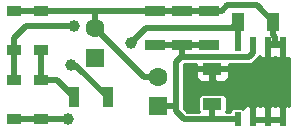
<source format=gbr>
G04 #@! TF.FileFunction,Copper,L1,Top,Signal*
%FSLAX46Y46*%
G04 Gerber Fmt 4.6, Leading zero omitted, Abs format (unit mm)*
G04 Created by KiCad (PCBNEW 4.0.7) date 04/04/18 11:57:41*
%MOMM*%
%LPD*%
G01*
G04 APERTURE LIST*
%ADD10C,0.100000*%
%ADD11R,1.600000X1.600000*%
%ADD12C,1.600000*%
%ADD13R,0.508000X1.143000*%
%ADD14R,0.900000X1.700000*%
%ADD15R,1.700000X0.900000*%
%ADD16R,1.200000X0.900000*%
%ADD17R,1.000000X1.600000*%
%ADD18R,1.600000X1.000000*%
%ADD19C,1.000000*%
%ADD20C,0.500000*%
%ADD21C,0.254000*%
G04 APERTURE END LIST*
D10*
D11*
X198120000Y-115824000D03*
D12*
X198120000Y-113324000D03*
D11*
X203454000Y-119938800D03*
D12*
X203454000Y-117438800D03*
D13*
X210185000Y-114681000D03*
X211455000Y-114681000D03*
X212725000Y-114681000D03*
X213995000Y-114681000D03*
X213995000Y-121031000D03*
X212725000Y-121031000D03*
X211455000Y-121031000D03*
X210185000Y-121031000D03*
D14*
X199189000Y-119151400D03*
X196289000Y-119151400D03*
D15*
X203200000Y-111834000D03*
X203200000Y-114734000D03*
X205486000Y-111834000D03*
X205486000Y-114734000D03*
X207772000Y-111834000D03*
X207772000Y-114734000D03*
D16*
X193548000Y-121055400D03*
X193548000Y-117755400D03*
X191262000Y-121055400D03*
X191262000Y-117755400D03*
X193548000Y-115188000D03*
X193548000Y-111888000D03*
X191262000Y-115188000D03*
X191262000Y-111888000D03*
D17*
X210183600Y-112801400D03*
X213183600Y-112801400D03*
D18*
X208051400Y-119762400D03*
X208051400Y-116762400D03*
D19*
X195859400Y-121056400D03*
X198120000Y-115824000D03*
X206324200Y-118414800D03*
X212090000Y-117348000D03*
X213614000Y-117348000D03*
X213614000Y-119126000D03*
X212090000Y-119126000D03*
X210566000Y-119126000D03*
X210566000Y-117348000D03*
X196291200Y-113157000D03*
X196062600Y-116408200D03*
X201168000Y-114554000D03*
D20*
X193548000Y-121055400D02*
X195858400Y-121055400D01*
X195858400Y-121055400D02*
X195859400Y-121056400D01*
X193549000Y-121056400D02*
X193548000Y-121055400D01*
X191262000Y-121055400D02*
X193548000Y-121055400D01*
X208051400Y-116762400D02*
X208051400Y-118414800D01*
X208051400Y-118414800D02*
X206324200Y-118414800D01*
X212090000Y-117348000D02*
X213614000Y-117348000D01*
X213614000Y-119126000D02*
X212090000Y-119126000D01*
X209980400Y-116762400D02*
X210566000Y-117348000D01*
X208051400Y-116762400D02*
X209980400Y-116762400D01*
X213183600Y-112801400D02*
X213183600Y-113869600D01*
X213360000Y-114046000D02*
X213360000Y-114681000D01*
X213183600Y-113869600D02*
X213360000Y-114046000D01*
X207772000Y-111834000D02*
X208866400Y-111834000D01*
X211786600Y-111404400D02*
X213183600Y-112801400D01*
X209296000Y-111404400D02*
X211786600Y-111404400D01*
X208866400Y-111834000D02*
X209296000Y-111404400D01*
X203454000Y-117438800D02*
X202234800Y-117438800D01*
X202234800Y-117438800D02*
X198120000Y-113324000D01*
X203454000Y-117642000D02*
X203443200Y-117652800D01*
X212725000Y-121031000D02*
X212699600Y-121005600D01*
X207772000Y-111834000D02*
X207774200Y-111836200D01*
X212725000Y-114681000D02*
X213360000Y-114681000D01*
X213360000Y-114681000D02*
X213995000Y-114681000D01*
X203200000Y-111834000D02*
X205486000Y-111834000D01*
X205486000Y-111834000D02*
X207772000Y-111834000D01*
X198120000Y-113324000D02*
X198120000Y-111888000D01*
X191262000Y-111888000D02*
X193548000Y-111888000D01*
X193548000Y-111888000D02*
X198120000Y-111888000D01*
X198120000Y-111888000D02*
X203146000Y-111888000D01*
X203146000Y-111888000D02*
X203200000Y-111834000D01*
X193548000Y-115188000D02*
X193548000Y-117755400D01*
X196289000Y-119151400D02*
X194893000Y-117755400D01*
X194893000Y-117755400D02*
X193548000Y-117755400D01*
X191262000Y-115188000D02*
X191262000Y-114147600D01*
X191262000Y-114147600D02*
X192252600Y-113157000D01*
X192252600Y-113157000D02*
X196291200Y-113157000D01*
X191262000Y-115188000D02*
X191262000Y-117755400D01*
X196445800Y-116408200D02*
X199189000Y-119151400D01*
X196062600Y-116408200D02*
X196445800Y-116408200D01*
X208051400Y-121031000D02*
X208051400Y-119762400D01*
X205003400Y-119862600D02*
X205003400Y-120370600D01*
X205663800Y-121031000D02*
X208051400Y-121031000D01*
X208051400Y-121031000D02*
X210185000Y-121031000D01*
X205003400Y-120370600D02*
X205663800Y-121031000D01*
X205486000Y-114734000D02*
X205486000Y-115671600D01*
X205486000Y-115671600D02*
X205409800Y-115747800D01*
X211455000Y-114681000D02*
X211455000Y-115417600D01*
X211455000Y-115417600D02*
X211124800Y-115747800D01*
X211124800Y-115747800D02*
X205409800Y-115747800D01*
X205003400Y-116154200D02*
X205003400Y-119862600D01*
X205003400Y-119862600D02*
X205003400Y-119938800D01*
X205409800Y-115747800D02*
X205003400Y-116154200D01*
X203454000Y-119938800D02*
X205003400Y-119938800D01*
X207875000Y-119938800D02*
X208051400Y-119762400D01*
X203479400Y-119913400D02*
X203454000Y-119938800D01*
X205486000Y-114734000D02*
X207772000Y-114734000D01*
X203200000Y-114734000D02*
X205486000Y-114734000D01*
X202438000Y-113284000D02*
X209701000Y-113284000D01*
X201168000Y-114554000D02*
X202438000Y-113284000D01*
X209701000Y-113284000D02*
X210183600Y-112801400D01*
X210183600Y-112801400D02*
X210183600Y-114679600D01*
X210183600Y-114679600D02*
X210185000Y-114681000D01*
D21*
G36*
X212852000Y-114554000D02*
X213868000Y-114554000D01*
X213868000Y-114534000D01*
X214122000Y-114534000D01*
X214122000Y-114554000D01*
X214142000Y-114554000D01*
X214142000Y-114808000D01*
X214122000Y-114808000D01*
X214122000Y-115728750D01*
X214280750Y-115887500D01*
X214375309Y-115887500D01*
X214544000Y-115817626D01*
X214544000Y-119894374D01*
X214375309Y-119824500D01*
X214280750Y-119824500D01*
X214122000Y-119983250D01*
X214122000Y-120904000D01*
X214142000Y-120904000D01*
X214142000Y-121158000D01*
X214122000Y-121158000D01*
X214122000Y-121178000D01*
X213868000Y-121178000D01*
X213868000Y-121158000D01*
X212852000Y-121158000D01*
X212852000Y-121178000D01*
X212598000Y-121178000D01*
X212598000Y-121158000D01*
X211582000Y-121158000D01*
X211582000Y-121178000D01*
X211328000Y-121178000D01*
X211328000Y-121158000D01*
X211308000Y-121158000D01*
X211308000Y-120904000D01*
X211328000Y-120904000D01*
X211328000Y-119983250D01*
X211582000Y-119983250D01*
X211582000Y-120904000D01*
X212598000Y-120904000D01*
X212598000Y-119983250D01*
X212852000Y-119983250D01*
X212852000Y-120904000D01*
X213868000Y-120904000D01*
X213868000Y-119983250D01*
X213709250Y-119824500D01*
X213614691Y-119824500D01*
X213381302Y-119921173D01*
X213360000Y-119942475D01*
X213338698Y-119921173D01*
X213105309Y-119824500D01*
X213010750Y-119824500D01*
X212852000Y-119983250D01*
X212598000Y-119983250D01*
X212439250Y-119824500D01*
X212344691Y-119824500D01*
X212111302Y-119921173D01*
X212090000Y-119942475D01*
X212068698Y-119921173D01*
X211835309Y-119824500D01*
X211740750Y-119824500D01*
X211582000Y-119983250D01*
X211328000Y-119983250D01*
X211169250Y-119824500D01*
X211074691Y-119824500D01*
X210841302Y-119921173D01*
X210662673Y-120099801D01*
X210646078Y-120139866D01*
X210590134Y-120101641D01*
X210439000Y-120071036D01*
X209931000Y-120071036D01*
X209789810Y-120097603D01*
X209660135Y-120181046D01*
X209573141Y-120308366D01*
X209554585Y-120400000D01*
X209212000Y-120400000D01*
X209239864Y-120262400D01*
X209239864Y-119262400D01*
X209213297Y-119121210D01*
X209129854Y-118991535D01*
X209002534Y-118904541D01*
X208851400Y-118873936D01*
X207251400Y-118873936D01*
X207110210Y-118900503D01*
X206980535Y-118983946D01*
X206893541Y-119111266D01*
X206862936Y-119262400D01*
X206862936Y-120262400D01*
X206888827Y-120400000D01*
X205925169Y-120400000D01*
X205634400Y-120109232D01*
X205634400Y-117048150D01*
X206616400Y-117048150D01*
X206616400Y-117388709D01*
X206713073Y-117622098D01*
X206891701Y-117800727D01*
X207125090Y-117897400D01*
X207765650Y-117897400D01*
X207924400Y-117738650D01*
X207924400Y-116889400D01*
X208178400Y-116889400D01*
X208178400Y-117738650D01*
X208337150Y-117897400D01*
X208977710Y-117897400D01*
X209211099Y-117800727D01*
X209389727Y-117622098D01*
X209486400Y-117388709D01*
X209486400Y-117048150D01*
X209327650Y-116889400D01*
X208178400Y-116889400D01*
X207924400Y-116889400D01*
X206775150Y-116889400D01*
X206616400Y-117048150D01*
X205634400Y-117048150D01*
X205634400Y-116415568D01*
X205671169Y-116378800D01*
X206616400Y-116378800D01*
X206616400Y-116476650D01*
X206775150Y-116635400D01*
X207924400Y-116635400D01*
X207924400Y-116615400D01*
X208178400Y-116615400D01*
X208178400Y-116635400D01*
X209327650Y-116635400D01*
X209486400Y-116476650D01*
X209486400Y-116378800D01*
X211124800Y-116378800D01*
X211366273Y-116330768D01*
X211570984Y-116193984D01*
X211901184Y-115863785D01*
X212014568Y-115694094D01*
X212111302Y-115790827D01*
X212344691Y-115887500D01*
X212439250Y-115887500D01*
X212598000Y-115728750D01*
X212598000Y-114808000D01*
X212852000Y-114808000D01*
X212852000Y-115728750D01*
X213010750Y-115887500D01*
X213105309Y-115887500D01*
X213338698Y-115790827D01*
X213360000Y-115769525D01*
X213381302Y-115790827D01*
X213614691Y-115887500D01*
X213709250Y-115887500D01*
X213868000Y-115728750D01*
X213868000Y-114808000D01*
X212852000Y-114808000D01*
X212598000Y-114808000D01*
X212578000Y-114808000D01*
X212578000Y-114554000D01*
X212598000Y-114554000D01*
X212598000Y-114534000D01*
X212852000Y-114534000D01*
X212852000Y-114554000D01*
X212852000Y-114554000D01*
G37*
X212852000Y-114554000D02*
X213868000Y-114554000D01*
X213868000Y-114534000D01*
X214122000Y-114534000D01*
X214122000Y-114554000D01*
X214142000Y-114554000D01*
X214142000Y-114808000D01*
X214122000Y-114808000D01*
X214122000Y-115728750D01*
X214280750Y-115887500D01*
X214375309Y-115887500D01*
X214544000Y-115817626D01*
X214544000Y-119894374D01*
X214375309Y-119824500D01*
X214280750Y-119824500D01*
X214122000Y-119983250D01*
X214122000Y-120904000D01*
X214142000Y-120904000D01*
X214142000Y-121158000D01*
X214122000Y-121158000D01*
X214122000Y-121178000D01*
X213868000Y-121178000D01*
X213868000Y-121158000D01*
X212852000Y-121158000D01*
X212852000Y-121178000D01*
X212598000Y-121178000D01*
X212598000Y-121158000D01*
X211582000Y-121158000D01*
X211582000Y-121178000D01*
X211328000Y-121178000D01*
X211328000Y-121158000D01*
X211308000Y-121158000D01*
X211308000Y-120904000D01*
X211328000Y-120904000D01*
X211328000Y-119983250D01*
X211582000Y-119983250D01*
X211582000Y-120904000D01*
X212598000Y-120904000D01*
X212598000Y-119983250D01*
X212852000Y-119983250D01*
X212852000Y-120904000D01*
X213868000Y-120904000D01*
X213868000Y-119983250D01*
X213709250Y-119824500D01*
X213614691Y-119824500D01*
X213381302Y-119921173D01*
X213360000Y-119942475D01*
X213338698Y-119921173D01*
X213105309Y-119824500D01*
X213010750Y-119824500D01*
X212852000Y-119983250D01*
X212598000Y-119983250D01*
X212439250Y-119824500D01*
X212344691Y-119824500D01*
X212111302Y-119921173D01*
X212090000Y-119942475D01*
X212068698Y-119921173D01*
X211835309Y-119824500D01*
X211740750Y-119824500D01*
X211582000Y-119983250D01*
X211328000Y-119983250D01*
X211169250Y-119824500D01*
X211074691Y-119824500D01*
X210841302Y-119921173D01*
X210662673Y-120099801D01*
X210646078Y-120139866D01*
X210590134Y-120101641D01*
X210439000Y-120071036D01*
X209931000Y-120071036D01*
X209789810Y-120097603D01*
X209660135Y-120181046D01*
X209573141Y-120308366D01*
X209554585Y-120400000D01*
X209212000Y-120400000D01*
X209239864Y-120262400D01*
X209239864Y-119262400D01*
X209213297Y-119121210D01*
X209129854Y-118991535D01*
X209002534Y-118904541D01*
X208851400Y-118873936D01*
X207251400Y-118873936D01*
X207110210Y-118900503D01*
X206980535Y-118983946D01*
X206893541Y-119111266D01*
X206862936Y-119262400D01*
X206862936Y-120262400D01*
X206888827Y-120400000D01*
X205925169Y-120400000D01*
X205634400Y-120109232D01*
X205634400Y-117048150D01*
X206616400Y-117048150D01*
X206616400Y-117388709D01*
X206713073Y-117622098D01*
X206891701Y-117800727D01*
X207125090Y-117897400D01*
X207765650Y-117897400D01*
X207924400Y-117738650D01*
X207924400Y-116889400D01*
X208178400Y-116889400D01*
X208178400Y-117738650D01*
X208337150Y-117897400D01*
X208977710Y-117897400D01*
X209211099Y-117800727D01*
X209389727Y-117622098D01*
X209486400Y-117388709D01*
X209486400Y-117048150D01*
X209327650Y-116889400D01*
X208178400Y-116889400D01*
X207924400Y-116889400D01*
X206775150Y-116889400D01*
X206616400Y-117048150D01*
X205634400Y-117048150D01*
X205634400Y-116415568D01*
X205671169Y-116378800D01*
X206616400Y-116378800D01*
X206616400Y-116476650D01*
X206775150Y-116635400D01*
X207924400Y-116635400D01*
X207924400Y-116615400D01*
X208178400Y-116615400D01*
X208178400Y-116635400D01*
X209327650Y-116635400D01*
X209486400Y-116476650D01*
X209486400Y-116378800D01*
X211124800Y-116378800D01*
X211366273Y-116330768D01*
X211570984Y-116193984D01*
X211901184Y-115863785D01*
X212014568Y-115694094D01*
X212111302Y-115790827D01*
X212344691Y-115887500D01*
X212439250Y-115887500D01*
X212598000Y-115728750D01*
X212598000Y-114808000D01*
X212852000Y-114808000D01*
X212852000Y-115728750D01*
X213010750Y-115887500D01*
X213105309Y-115887500D01*
X213338698Y-115790827D01*
X213360000Y-115769525D01*
X213381302Y-115790827D01*
X213614691Y-115887500D01*
X213709250Y-115887500D01*
X213868000Y-115728750D01*
X213868000Y-114808000D01*
X212852000Y-114808000D01*
X212598000Y-114808000D01*
X212578000Y-114808000D01*
X212578000Y-114554000D01*
X212598000Y-114554000D01*
X212598000Y-114534000D01*
X212852000Y-114534000D01*
X212852000Y-114554000D01*
M02*

</source>
